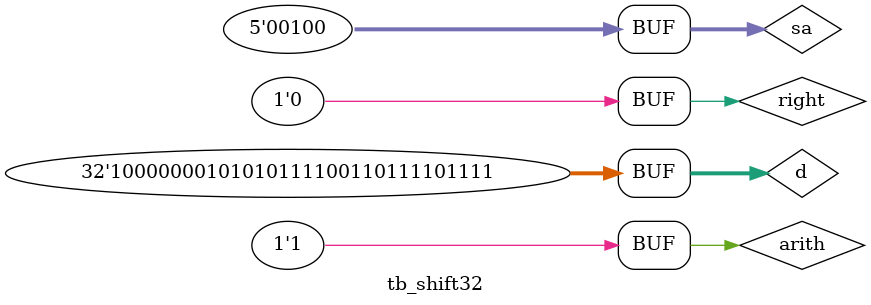
<source format=v>
`timescale 1ns / 1ps

module tb_shift32();

    reg  [31:0]   d;   
    reg  [4:0]    sa;  
    reg           right;
    reg           arith;
    wire [31:0]   sh;
    
    shift32 shifter(d, sa, right, arith, sh);
    
    initial begin
        // Logical right shift
        right   = 1'b1;
        arith   = 1'b0;
        d       = 32'hFFAA_DDBB;
        sa      = 5'd8;
        #10;        
        
        // Logical Left shift
        right = 1'b0;
        arith = 1'b0;
        d       = 32'hFFAA_DDBB;
        sa      = 5'd8;
        #10;        
        
        // Arithmetic right shift
        right = 1'b1;
        arith = 1'b1;
        d       = 32'h8012_4567;
        sa      = 5'd4;
        #10;        
        
        // Arithmetic left shift
        right = 1'b0;
        arith = 1'b1;
        d       = 32'h80AB_CDEF;
        sa      = 5'd4;
        #10;        
    end
endmodule

</source>
